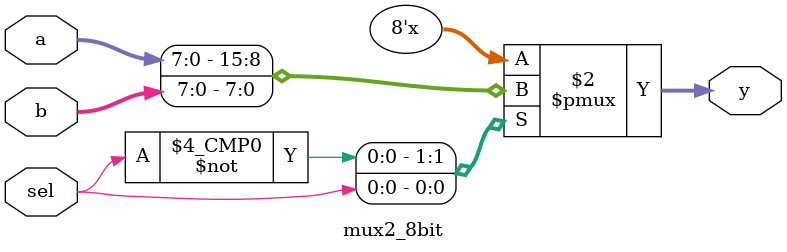
<source format=sv>
module mux2_8bit(
    input wire [7:0] a,
    input wire [7:0] b,
    input wire sel,
    output logic[7:0] y
);

always @(*) begin
    case (sel)
        2'b00: y = a;
        2'b01: y = b;
        default: y = 8'b0;
    endcase
end

endmodule
</source>
